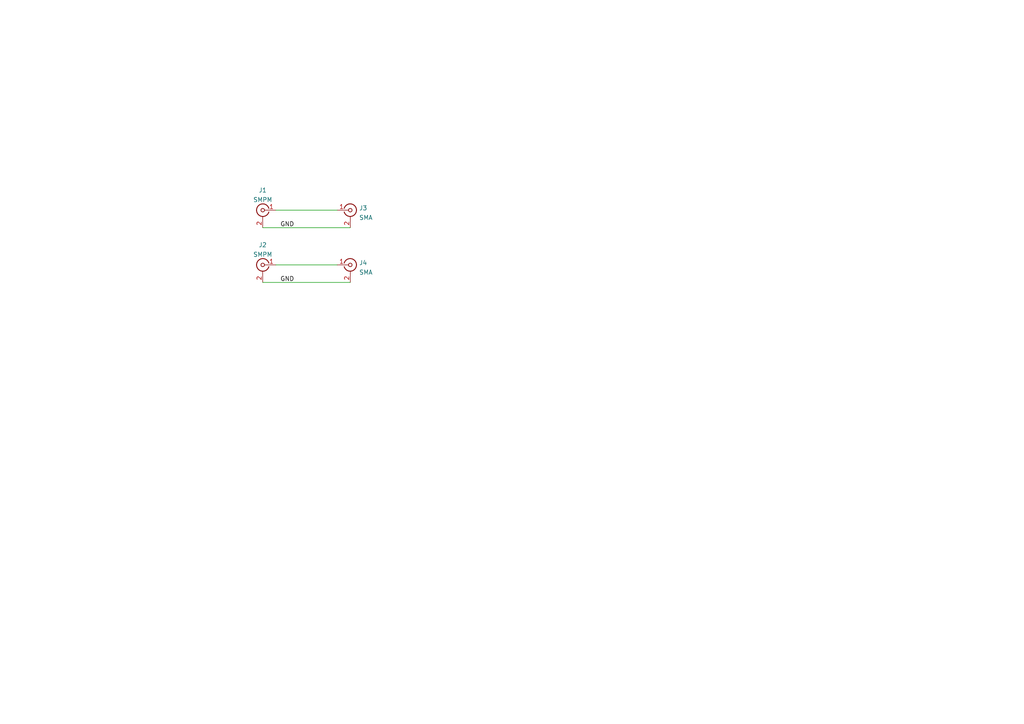
<source format=kicad_sch>
(kicad_sch (version 20211123) (generator eeschema)
  (paper "A4")
  (lib_symbols
    (symbol "conn:CONN_COAXIAL" (pin_names (offset 1.016) hide)
      (property "Reference" "J" (at 0.254 3.048 0))
      (property "Value" "CONN_COAXIAL" (at 2.921 0 90))
      (symbol "CONN_COAXIAL_0_1"
        (arc (start -1.778 -0.508) (mid 0.222 -1.808) (end 1.778 0) (stroke (width 0.254)))
        (polyline (pts (xy -1.27 0) (xy -0.508 0)))
        (polyline (pts (xy 0 -2.54) (xy 0 -1.778)))
        (circle (center 0 0) (radius 0.508) (stroke (width 0.2032)))
        (arc (start 1.778 0) (mid 0.2221 1.8083) (end -1.778 0.508) (stroke (width 0.254)))
      )
      (symbol "CONN_COAXIAL_1_1"
        (pin passive line (at -3.81 0 0) (length 2.54) (name "In") (number "1"))
        (pin passive line (at 0 -5.08 90) (length 2.54) (name "Ext") (number "2"))
      )
    )
  )
  (wire (pts (xy 80.01 76.835) (xy 97.79 76.835)))
  (wire (pts (xy 76.2 81.915) (xy 101.6 81.915)))
  (wire (pts (xy 80.01 60.96) (xy 97.79 60.96)))
  (wire (pts (xy 76.2 66.04) (xy 101.6 66.04)))
  (label "GND" (at 81.28 66.04 0))
  (label "GND" (at 81.28 81.915 0))
  (symbol (lib_id "conn:CONN_COAXIAL") (at 101.6 60.96 0) (unit 1)
    (property "Reference" "J3" (at 104.1401 60.3447 0) (effects (justify left)))
    (property "Value" "SMA" (at 104.1401 63.1198 0) (effects (justify left)))
    (property "Footprint" "azonenberg_pcb:CONN_SMA_EDGE_ROSENBERGER_32K243_40ML5" (effects hide))
  )
  (symbol (lib_id "conn:CONN_COAXIAL") (at 76.2 76.835 0) (mirror y) (unit 1)
    (property "Reference" "J2" (at 76.1999 71.0419 0))
    (property "Value" "SMPM" (at 76.1999 73.817 0))
    (property "Footprint" "azonenberg_pcb:CONN_SMPM_AMPHENOL_925-169J-51PT_SHORT" (effects hide))
  )
  (symbol (lib_id "conn:CONN_COAXIAL") (at 76.2 60.96 0) (mirror y) (unit 1)
    (property "Reference" "J1" (at 76.1999 55.1669 0))
    (property "Value" "SMPM" (at 76.1999 57.942 0))
    (property "Footprint" "azonenberg_pcb:CONN_SMPM_AMPHENOL_925-169J-51PT_SHORT" (effects hide))
  )
  (symbol (lib_id "conn:CONN_COAXIAL") (at 101.6 76.835 0) (unit 1)
    (property "Reference" "J4" (at 104.1401 76.2197 0) (effects (justify left)))
    (property "Value" "SMA" (at 104.1401 78.9948 0) (effects (justify left)))
    (property "Footprint" "azonenberg_pcb:CONN_SMA_EDGE_ROSENBERGER_32K243_40ML5" (effects hide))
  )
)
</source>
